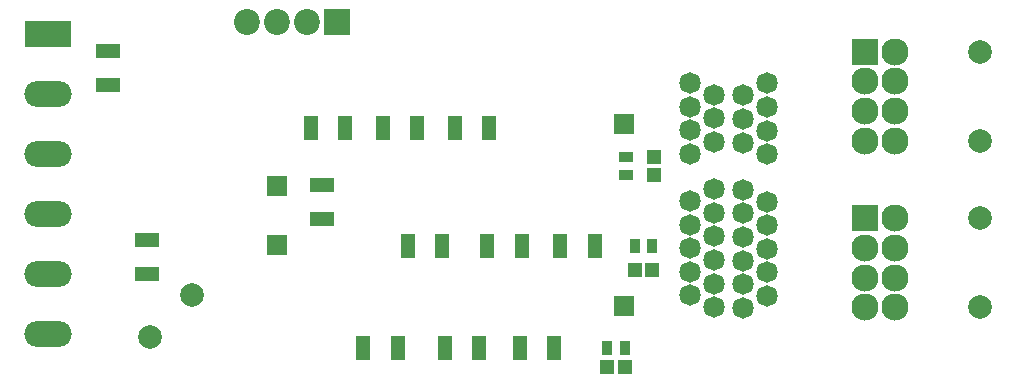
<source format=gbs>
G04 #@! TF.GenerationSoftware,KiCad,Pcbnew,(2017-09-19 revision dddaa7e69)-makepkg*
G04 #@! TF.CreationDate,2017-11-22T18:58:21+10:30*
G04 #@! TF.ProjectId,din_power_atm90e26,64696E5F706F7765725F61746D393065,rev?*
G04 #@! TF.SameCoordinates,Original*
G04 #@! TF.FileFunction,Soldermask,Bot*
G04 #@! TF.FilePolarity,Negative*
%FSLAX46Y46*%
G04 Gerber Fmt 4.6, Leading zero omitted, Abs format (unit mm)*
G04 Created by KiCad (PCBNEW (2017-09-19 revision dddaa7e69)-makepkg) date 11/22/17 18:58:21*
%MOMM*%
%LPD*%
G01*
G04 APERTURE LIST*
%ADD10R,2.300000X2.300000*%
%ADD11C,2.300000*%
%ADD12C,2.000000*%
%ADD13O,4.000000X2.200000*%
%ADD14R,4.000000X2.200000*%
%ADD15R,1.300000X2.100000*%
%ADD16R,1.708000X1.708000*%
%ADD17C,1.822400*%
%ADD18C,2.200000*%
%ADD19R,2.200000X2.200000*%
%ADD20R,2.100000X1.300000*%
%ADD21R,1.200000X1.150000*%
%ADD22R,1.150000X1.200000*%
%ADD23R,0.900000X1.300000*%
%ADD24R,1.300000X0.900000*%
G04 APERTURE END LIST*
D10*
X179705000Y-50698400D03*
D11*
X179705000Y-53198400D03*
X179705000Y-55698400D03*
X179705000Y-58198400D03*
X182205000Y-50698400D03*
X182205000Y-53198400D03*
X182205000Y-55698400D03*
X182205000Y-58198400D03*
D12*
X189385000Y-50698400D03*
X189385000Y-58198400D03*
X189385000Y-72295400D03*
X189385000Y-64795400D03*
D11*
X182205000Y-72295400D03*
X182205000Y-69795400D03*
X182205000Y-67295400D03*
X182205000Y-64795400D03*
X179705000Y-72295400D03*
X179705000Y-69795400D03*
X179705000Y-67295400D03*
D10*
X179705000Y-64795400D03*
D13*
X110490000Y-74574400D03*
X110490000Y-69494400D03*
X110490000Y-64414400D03*
X110490000Y-59334400D03*
X110490000Y-54254400D03*
D14*
X110490000Y-49174400D03*
D15*
X138838000Y-57147400D03*
X141738000Y-57147400D03*
X153888000Y-67097400D03*
X156788000Y-67097400D03*
X153388000Y-75777400D03*
X150488000Y-75777400D03*
X147868000Y-57147400D03*
X144968000Y-57147400D03*
X150598000Y-67107400D03*
X147698000Y-67107400D03*
X144078000Y-75777400D03*
X146978000Y-75777400D03*
X140098000Y-75777400D03*
X137198000Y-75777400D03*
X140998000Y-67107400D03*
X143898000Y-67107400D03*
D16*
X159288000Y-72207400D03*
X159288000Y-56807400D03*
X129888000Y-67007400D03*
X129888000Y-62007400D03*
D17*
X169378000Y-62367400D03*
X169378000Y-64367400D03*
X169378000Y-66367400D03*
X169378000Y-68367400D03*
X169378000Y-70367400D03*
X169378000Y-72367400D03*
X171378000Y-71367400D03*
X171378000Y-69367400D03*
X171378000Y-67367400D03*
X171378000Y-65367400D03*
X171378000Y-63367400D03*
X166878000Y-72317400D03*
X166878000Y-70317400D03*
X166878000Y-68317400D03*
X166878000Y-66317400D03*
X166878000Y-64317400D03*
X166878000Y-62317400D03*
X164878000Y-63317400D03*
X164878000Y-65317400D03*
X164878000Y-67317400D03*
X164878000Y-69317400D03*
X164878000Y-71317400D03*
X171378000Y-53367400D03*
X171378000Y-55367400D03*
X171378000Y-57367400D03*
X171378000Y-59367400D03*
X169378000Y-58367400D03*
X169378000Y-56367400D03*
X169378000Y-54367400D03*
X164878000Y-59317400D03*
X164878000Y-57317400D03*
X164878000Y-55317400D03*
X164878000Y-53317400D03*
X166878000Y-54317400D03*
X166878000Y-56317400D03*
X166878000Y-58317400D03*
D18*
X127381000Y-48133000D03*
X129921000Y-48133000D03*
X132461000Y-48133000D03*
D19*
X135001000Y-48133000D03*
D20*
X133731000Y-64823000D03*
X133731000Y-61923000D03*
X115570000Y-53520000D03*
X115570000Y-50620000D03*
D15*
X132738000Y-57147400D03*
X135638000Y-57147400D03*
D20*
X118872000Y-69522000D03*
X118872000Y-66622000D03*
D21*
X161668000Y-69127400D03*
X160168000Y-69127400D03*
D22*
X161788000Y-61077400D03*
X161788000Y-59577400D03*
D21*
X159328000Y-77377400D03*
X157828000Y-77377400D03*
D23*
X161668000Y-67167400D03*
X160168000Y-67167400D03*
D24*
X159448000Y-61077400D03*
X159448000Y-59577400D03*
D23*
X159328000Y-75777400D03*
X157828000Y-75777400D03*
D12*
X119172466Y-74842934D03*
X122708000Y-71307400D03*
M02*

</source>
